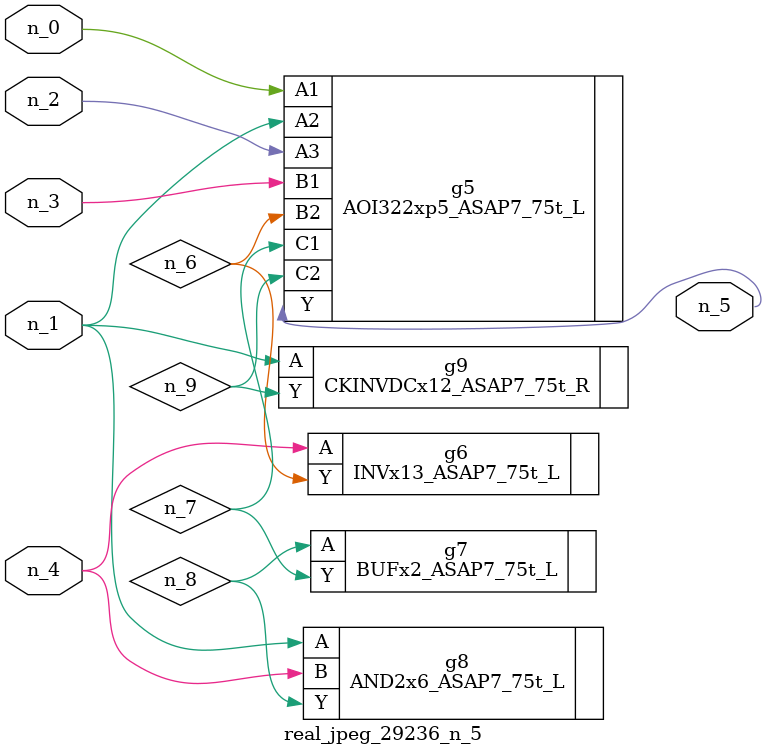
<source format=v>
module real_jpeg_29236_n_5 (n_4, n_0, n_1, n_2, n_3, n_5);

input n_4;
input n_0;
input n_1;
input n_2;
input n_3;

output n_5;

wire n_8;
wire n_6;
wire n_7;
wire n_9;

AOI322xp5_ASAP7_75t_L g5 ( 
.A1(n_0),
.A2(n_1),
.A3(n_2),
.B1(n_3),
.B2(n_6),
.C1(n_7),
.C2(n_9),
.Y(n_5)
);

AND2x6_ASAP7_75t_L g8 ( 
.A(n_1),
.B(n_4),
.Y(n_8)
);

CKINVDCx12_ASAP7_75t_R g9 ( 
.A(n_1),
.Y(n_9)
);

INVx13_ASAP7_75t_L g6 ( 
.A(n_4),
.Y(n_6)
);

BUFx2_ASAP7_75t_L g7 ( 
.A(n_8),
.Y(n_7)
);


endmodule
</source>
